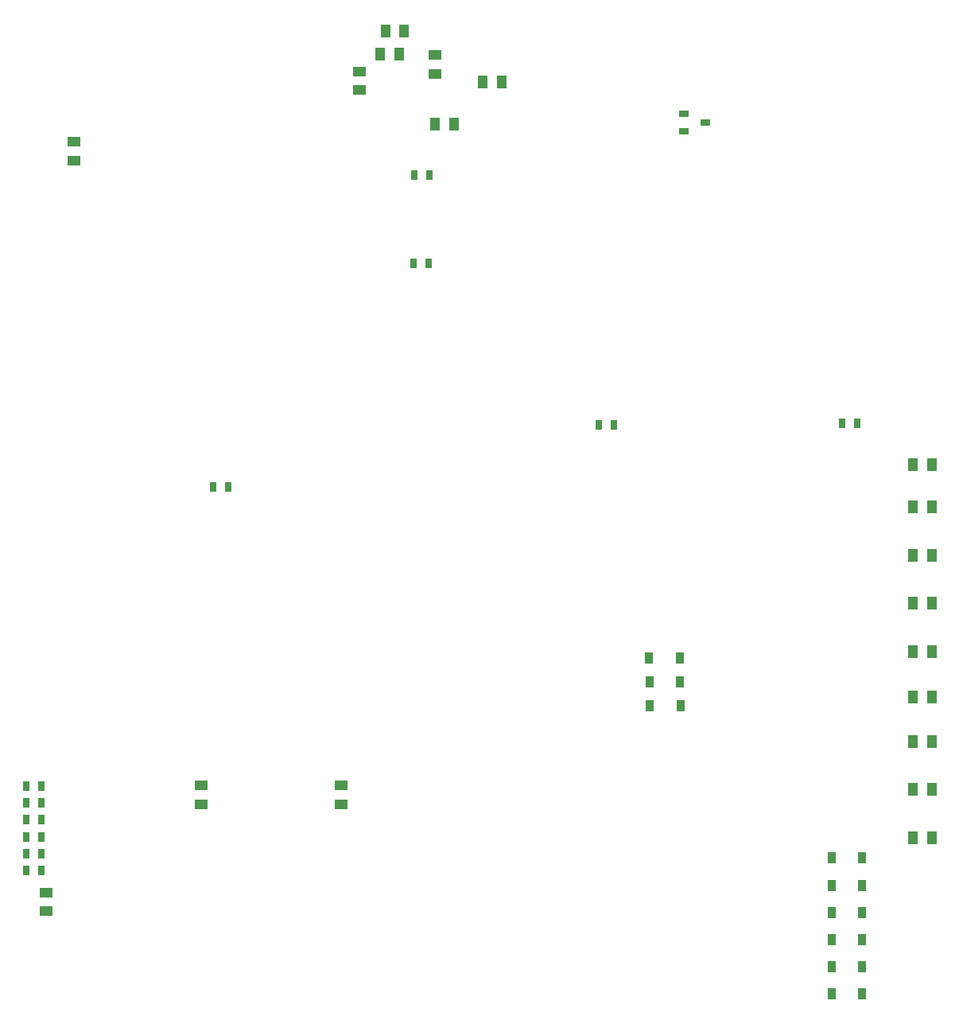
<source format=gbp>
G04*
G04 #@! TF.GenerationSoftware,Altium Limited,Altium Designer,20.0.13 (296)*
G04*
G04 Layer_Color=128*
%FSLAX44Y44*%
%MOMM*%
G71*
G01*
G75*
%ADD26R,1.4000X1.0000*%
%ADD30R,0.8000X1.0000*%
%ADD31R,1.0000X1.4000*%
%ADD44R,1.1000X0.8000*%
%ADD146R,0.9100X1.2200*%
D26*
X44750Y165000D02*
D03*
Y185000D02*
D03*
X74750Y984000D02*
D03*
Y964000D02*
D03*
X359250Y279000D02*
D03*
Y299000D02*
D03*
X209750Y279000D02*
D03*
Y299000D02*
D03*
X378500Y1059000D02*
D03*
Y1039000D02*
D03*
X459250Y1076250D02*
D03*
Y1056250D02*
D03*
D30*
X892500Y684500D02*
D03*
X908500D02*
D03*
X453000Y948750D02*
D03*
X437000D02*
D03*
X633250Y683000D02*
D03*
X649250D02*
D03*
X452000Y854750D02*
D03*
X436000D02*
D03*
X222750Y616750D02*
D03*
X238750D02*
D03*
X24250Y208750D02*
D03*
X40250D02*
D03*
X24250Y298250D02*
D03*
X40250D02*
D03*
X24250Y280350D02*
D03*
X40250D02*
D03*
X24250Y226650D02*
D03*
X40250D02*
D03*
X24250Y244550D02*
D03*
X40250D02*
D03*
X24250Y262450D02*
D03*
X40250D02*
D03*
D31*
X400750Y1077000D02*
D03*
X420750D02*
D03*
X406250Y1102250D02*
D03*
X426250D02*
D03*
X479250Y1003000D02*
D03*
X459250D02*
D03*
X530250Y1047500D02*
D03*
X510250D02*
D03*
X968250Y243500D02*
D03*
X988250D02*
D03*
X968250Y294750D02*
D03*
X988250D02*
D03*
X968250Y345750D02*
D03*
X988250D02*
D03*
X968250Y393000D02*
D03*
X988250D02*
D03*
X968250Y441750D02*
D03*
X988250D02*
D03*
X968250Y492750D02*
D03*
X988250D02*
D03*
X968250Y543500D02*
D03*
X988250D02*
D03*
X968250Y595250D02*
D03*
X988250D02*
D03*
X968250Y640500D02*
D03*
X988250D02*
D03*
D44*
X724250Y995000D02*
D03*
Y1014000D02*
D03*
X746750Y1004500D02*
D03*
D146*
X720700Y383500D02*
D03*
X688000D02*
D03*
X719850Y434780D02*
D03*
X687150D02*
D03*
X720100Y409140D02*
D03*
X687400D02*
D03*
X914100Y192850D02*
D03*
X881400D02*
D03*
X914100Y77250D02*
D03*
X881400D02*
D03*
X914100Y163950D02*
D03*
X881400D02*
D03*
X914100Y221750D02*
D03*
X881400D02*
D03*
X914100Y106150D02*
D03*
X881400D02*
D03*
X914100Y135050D02*
D03*
X881400D02*
D03*
M02*

</source>
